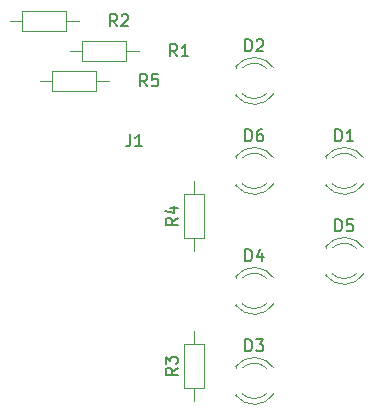
<source format=gto>
G04 #@! TF.GenerationSoftware,KiCad,Pcbnew,5.1.10*
G04 #@! TF.CreationDate,2021-05-04T22:47:59+02:00*
G04 #@! TF.ProjectId,Signalsimulator,5369676e-616c-4736-996d-756c61746f72,rev?*
G04 #@! TF.SameCoordinates,Original*
G04 #@! TF.FileFunction,Legend,Top*
G04 #@! TF.FilePolarity,Positive*
%FSLAX46Y46*%
G04 Gerber Fmt 4.6, Leading zero omitted, Abs format (unit mm)*
G04 Created by KiCad (PCBNEW 5.1.10) date 2021-05-04 22:47:59*
%MOMM*%
%LPD*%
G01*
G04 APERTURE LIST*
%ADD10C,0.120000*%
%ADD11C,0.150000*%
%ADD12C,3.200000*%
%ADD13C,1.800000*%
%ADD14R,1.800000X1.800000*%
%ADD15O,1.400000X1.400000*%
%ADD16C,1.400000*%
%ADD17C,1.700000*%
G04 APERTURE END LIST*
D10*
X56860000Y-38134000D02*
X56860000Y-38290000D01*
X56860000Y-40450000D02*
X56860000Y-40606000D01*
X59461130Y-40449837D02*
G75*
G02*
X57379039Y-40450000I-1041130J1079837D01*
G01*
X59461130Y-38290163D02*
G75*
G03*
X57379039Y-38290000I-1041130J-1079837D01*
G01*
X60092335Y-40448608D02*
G75*
G02*
X56860000Y-40605516I-1672335J1078608D01*
G01*
X60092335Y-38291392D02*
G75*
G03*
X56860000Y-38134484I-1672335J-1078608D01*
G01*
X49240000Y-32830000D02*
X49240000Y-32986000D01*
X49240000Y-30514000D02*
X49240000Y-30670000D01*
X52472335Y-30671392D02*
G75*
G03*
X49240000Y-30514484I-1672335J-1078608D01*
G01*
X52472335Y-32828608D02*
G75*
G02*
X49240000Y-32985516I-1672335J1078608D01*
G01*
X51841130Y-30670163D02*
G75*
G03*
X49759039Y-30670000I-1041130J-1079837D01*
G01*
X51841130Y-32829837D02*
G75*
G02*
X49759039Y-32830000I-1041130J1079837D01*
G01*
X49240000Y-55914000D02*
X49240000Y-56070000D01*
X49240000Y-58230000D02*
X49240000Y-58386000D01*
X51841130Y-58229837D02*
G75*
G02*
X49759039Y-58230000I-1041130J1079837D01*
G01*
X51841130Y-56070163D02*
G75*
G03*
X49759039Y-56070000I-1041130J-1079837D01*
G01*
X52472335Y-58228608D02*
G75*
G02*
X49240000Y-58385516I-1672335J1078608D01*
G01*
X52472335Y-56071392D02*
G75*
G03*
X49240000Y-55914484I-1672335J-1078608D01*
G01*
X49240000Y-50610000D02*
X49240000Y-50766000D01*
X49240000Y-48294000D02*
X49240000Y-48450000D01*
X52472335Y-48451392D02*
G75*
G03*
X49240000Y-48294484I-1672335J-1078608D01*
G01*
X52472335Y-50608608D02*
G75*
G02*
X49240000Y-50765516I-1672335J1078608D01*
G01*
X51841130Y-48450163D02*
G75*
G03*
X49759039Y-48450000I-1041130J-1079837D01*
G01*
X51841130Y-50609837D02*
G75*
G02*
X49759039Y-50610000I-1041130J1079837D01*
G01*
X56860000Y-45754000D02*
X56860000Y-45910000D01*
X56860000Y-48070000D02*
X56860000Y-48226000D01*
X59461130Y-48069837D02*
G75*
G02*
X57379039Y-48070000I-1041130J1079837D01*
G01*
X59461130Y-45910163D02*
G75*
G03*
X57379039Y-45910000I-1041130J-1079837D01*
G01*
X60092335Y-48068608D02*
G75*
G02*
X56860000Y-48225516I-1672335J1078608D01*
G01*
X60092335Y-45911392D02*
G75*
G03*
X56860000Y-45754484I-1672335J-1078608D01*
G01*
X49240000Y-40450000D02*
X49240000Y-40606000D01*
X49240000Y-38134000D02*
X49240000Y-38290000D01*
X52472335Y-38291392D02*
G75*
G03*
X49240000Y-38134484I-1672335J-1078608D01*
G01*
X52472335Y-40448608D02*
G75*
G02*
X49240000Y-40605516I-1672335J1078608D01*
G01*
X51841130Y-38290163D02*
G75*
G03*
X49759039Y-38290000I-1041130J-1079837D01*
G01*
X51841130Y-40449837D02*
G75*
G02*
X49759039Y-40450000I-1041130J1079837D01*
G01*
X39960000Y-30070000D02*
X39960000Y-28350000D01*
X39960000Y-28350000D02*
X36240000Y-28350000D01*
X36240000Y-28350000D02*
X36240000Y-30070000D01*
X36240000Y-30070000D02*
X39960000Y-30070000D01*
X41030000Y-29210000D02*
X39960000Y-29210000D01*
X35170000Y-29210000D02*
X36240000Y-29210000D01*
X30090000Y-26670000D02*
X31160000Y-26670000D01*
X35950000Y-26670000D02*
X34880000Y-26670000D01*
X31160000Y-27530000D02*
X34880000Y-27530000D01*
X31160000Y-25810000D02*
X31160000Y-27530000D01*
X34880000Y-25810000D02*
X31160000Y-25810000D01*
X34880000Y-27530000D02*
X34880000Y-25810000D01*
X45720000Y-52950000D02*
X45720000Y-54020000D01*
X45720000Y-58810000D02*
X45720000Y-57740000D01*
X44860000Y-54020000D02*
X44860000Y-57740000D01*
X46580000Y-54020000D02*
X44860000Y-54020000D01*
X46580000Y-57740000D02*
X46580000Y-54020000D01*
X44860000Y-57740000D02*
X46580000Y-57740000D01*
X44860000Y-45040000D02*
X46580000Y-45040000D01*
X46580000Y-45040000D02*
X46580000Y-41320000D01*
X46580000Y-41320000D02*
X44860000Y-41320000D01*
X44860000Y-41320000D02*
X44860000Y-45040000D01*
X45720000Y-46110000D02*
X45720000Y-45040000D01*
X45720000Y-40250000D02*
X45720000Y-41320000D01*
X37420000Y-32610000D02*
X37420000Y-30890000D01*
X37420000Y-30890000D02*
X33700000Y-30890000D01*
X33700000Y-30890000D02*
X33700000Y-32610000D01*
X33700000Y-32610000D02*
X37420000Y-32610000D01*
X38490000Y-31750000D02*
X37420000Y-31750000D01*
X32630000Y-31750000D02*
X33700000Y-31750000D01*
D11*
X57681904Y-36862380D02*
X57681904Y-35862380D01*
X57920000Y-35862380D01*
X58062857Y-35910000D01*
X58158095Y-36005238D01*
X58205714Y-36100476D01*
X58253333Y-36290952D01*
X58253333Y-36433809D01*
X58205714Y-36624285D01*
X58158095Y-36719523D01*
X58062857Y-36814761D01*
X57920000Y-36862380D01*
X57681904Y-36862380D01*
X59205714Y-36862380D02*
X58634285Y-36862380D01*
X58920000Y-36862380D02*
X58920000Y-35862380D01*
X58824761Y-36005238D01*
X58729523Y-36100476D01*
X58634285Y-36148095D01*
X50061904Y-29242380D02*
X50061904Y-28242380D01*
X50300000Y-28242380D01*
X50442857Y-28290000D01*
X50538095Y-28385238D01*
X50585714Y-28480476D01*
X50633333Y-28670952D01*
X50633333Y-28813809D01*
X50585714Y-29004285D01*
X50538095Y-29099523D01*
X50442857Y-29194761D01*
X50300000Y-29242380D01*
X50061904Y-29242380D01*
X51014285Y-28337619D02*
X51061904Y-28290000D01*
X51157142Y-28242380D01*
X51395238Y-28242380D01*
X51490476Y-28290000D01*
X51538095Y-28337619D01*
X51585714Y-28432857D01*
X51585714Y-28528095D01*
X51538095Y-28670952D01*
X50966666Y-29242380D01*
X51585714Y-29242380D01*
X50061904Y-54642380D02*
X50061904Y-53642380D01*
X50300000Y-53642380D01*
X50442857Y-53690000D01*
X50538095Y-53785238D01*
X50585714Y-53880476D01*
X50633333Y-54070952D01*
X50633333Y-54213809D01*
X50585714Y-54404285D01*
X50538095Y-54499523D01*
X50442857Y-54594761D01*
X50300000Y-54642380D01*
X50061904Y-54642380D01*
X50966666Y-53642380D02*
X51585714Y-53642380D01*
X51252380Y-54023333D01*
X51395238Y-54023333D01*
X51490476Y-54070952D01*
X51538095Y-54118571D01*
X51585714Y-54213809D01*
X51585714Y-54451904D01*
X51538095Y-54547142D01*
X51490476Y-54594761D01*
X51395238Y-54642380D01*
X51109523Y-54642380D01*
X51014285Y-54594761D01*
X50966666Y-54547142D01*
X50061904Y-47022380D02*
X50061904Y-46022380D01*
X50300000Y-46022380D01*
X50442857Y-46070000D01*
X50538095Y-46165238D01*
X50585714Y-46260476D01*
X50633333Y-46450952D01*
X50633333Y-46593809D01*
X50585714Y-46784285D01*
X50538095Y-46879523D01*
X50442857Y-46974761D01*
X50300000Y-47022380D01*
X50061904Y-47022380D01*
X51490476Y-46355714D02*
X51490476Y-47022380D01*
X51252380Y-45974761D02*
X51014285Y-46689047D01*
X51633333Y-46689047D01*
X57681904Y-44482380D02*
X57681904Y-43482380D01*
X57920000Y-43482380D01*
X58062857Y-43530000D01*
X58158095Y-43625238D01*
X58205714Y-43720476D01*
X58253333Y-43910952D01*
X58253333Y-44053809D01*
X58205714Y-44244285D01*
X58158095Y-44339523D01*
X58062857Y-44434761D01*
X57920000Y-44482380D01*
X57681904Y-44482380D01*
X59158095Y-43482380D02*
X58681904Y-43482380D01*
X58634285Y-43958571D01*
X58681904Y-43910952D01*
X58777142Y-43863333D01*
X59015238Y-43863333D01*
X59110476Y-43910952D01*
X59158095Y-43958571D01*
X59205714Y-44053809D01*
X59205714Y-44291904D01*
X59158095Y-44387142D01*
X59110476Y-44434761D01*
X59015238Y-44482380D01*
X58777142Y-44482380D01*
X58681904Y-44434761D01*
X58634285Y-44387142D01*
X50061904Y-36862380D02*
X50061904Y-35862380D01*
X50300000Y-35862380D01*
X50442857Y-35910000D01*
X50538095Y-36005238D01*
X50585714Y-36100476D01*
X50633333Y-36290952D01*
X50633333Y-36433809D01*
X50585714Y-36624285D01*
X50538095Y-36719523D01*
X50442857Y-36814761D01*
X50300000Y-36862380D01*
X50061904Y-36862380D01*
X51490476Y-35862380D02*
X51300000Y-35862380D01*
X51204761Y-35910000D01*
X51157142Y-35957619D01*
X51061904Y-36100476D01*
X51014285Y-36290952D01*
X51014285Y-36671904D01*
X51061904Y-36767142D01*
X51109523Y-36814761D01*
X51204761Y-36862380D01*
X51395238Y-36862380D01*
X51490476Y-36814761D01*
X51538095Y-36767142D01*
X51585714Y-36671904D01*
X51585714Y-36433809D01*
X51538095Y-36338571D01*
X51490476Y-36290952D01*
X51395238Y-36243333D01*
X51204761Y-36243333D01*
X51109523Y-36290952D01*
X51061904Y-36338571D01*
X51014285Y-36433809D01*
X44283333Y-29662380D02*
X43950000Y-29186190D01*
X43711904Y-29662380D02*
X43711904Y-28662380D01*
X44092857Y-28662380D01*
X44188095Y-28710000D01*
X44235714Y-28757619D01*
X44283333Y-28852857D01*
X44283333Y-28995714D01*
X44235714Y-29090952D01*
X44188095Y-29138571D01*
X44092857Y-29186190D01*
X43711904Y-29186190D01*
X45235714Y-29662380D02*
X44664285Y-29662380D01*
X44950000Y-29662380D02*
X44950000Y-28662380D01*
X44854761Y-28805238D01*
X44759523Y-28900476D01*
X44664285Y-28948095D01*
X39203333Y-27122380D02*
X38870000Y-26646190D01*
X38631904Y-27122380D02*
X38631904Y-26122380D01*
X39012857Y-26122380D01*
X39108095Y-26170000D01*
X39155714Y-26217619D01*
X39203333Y-26312857D01*
X39203333Y-26455714D01*
X39155714Y-26550952D01*
X39108095Y-26598571D01*
X39012857Y-26646190D01*
X38631904Y-26646190D01*
X39584285Y-26217619D02*
X39631904Y-26170000D01*
X39727142Y-26122380D01*
X39965238Y-26122380D01*
X40060476Y-26170000D01*
X40108095Y-26217619D01*
X40155714Y-26312857D01*
X40155714Y-26408095D01*
X40108095Y-26550952D01*
X39536666Y-27122380D01*
X40155714Y-27122380D01*
X44312380Y-56046666D02*
X43836190Y-56380000D01*
X44312380Y-56618095D02*
X43312380Y-56618095D01*
X43312380Y-56237142D01*
X43360000Y-56141904D01*
X43407619Y-56094285D01*
X43502857Y-56046666D01*
X43645714Y-56046666D01*
X43740952Y-56094285D01*
X43788571Y-56141904D01*
X43836190Y-56237142D01*
X43836190Y-56618095D01*
X43312380Y-55713333D02*
X43312380Y-55094285D01*
X43693333Y-55427619D01*
X43693333Y-55284761D01*
X43740952Y-55189523D01*
X43788571Y-55141904D01*
X43883809Y-55094285D01*
X44121904Y-55094285D01*
X44217142Y-55141904D01*
X44264761Y-55189523D01*
X44312380Y-55284761D01*
X44312380Y-55570476D01*
X44264761Y-55665714D01*
X44217142Y-55713333D01*
X44312380Y-43346666D02*
X43836190Y-43680000D01*
X44312380Y-43918095D02*
X43312380Y-43918095D01*
X43312380Y-43537142D01*
X43360000Y-43441904D01*
X43407619Y-43394285D01*
X43502857Y-43346666D01*
X43645714Y-43346666D01*
X43740952Y-43394285D01*
X43788571Y-43441904D01*
X43836190Y-43537142D01*
X43836190Y-43918095D01*
X43645714Y-42489523D02*
X44312380Y-42489523D01*
X43264761Y-42727619D02*
X43979047Y-42965714D01*
X43979047Y-42346666D01*
X41743333Y-32202380D02*
X41410000Y-31726190D01*
X41171904Y-32202380D02*
X41171904Y-31202380D01*
X41552857Y-31202380D01*
X41648095Y-31250000D01*
X41695714Y-31297619D01*
X41743333Y-31392857D01*
X41743333Y-31535714D01*
X41695714Y-31630952D01*
X41648095Y-31678571D01*
X41552857Y-31726190D01*
X41171904Y-31726190D01*
X42648095Y-31202380D02*
X42171904Y-31202380D01*
X42124285Y-31678571D01*
X42171904Y-31630952D01*
X42267142Y-31583333D01*
X42505238Y-31583333D01*
X42600476Y-31630952D01*
X42648095Y-31678571D01*
X42695714Y-31773809D01*
X42695714Y-32011904D01*
X42648095Y-32107142D01*
X42600476Y-32154761D01*
X42505238Y-32202380D01*
X42267142Y-32202380D01*
X42171904Y-32154761D01*
X42124285Y-32107142D01*
X40306666Y-36282380D02*
X40306666Y-36996666D01*
X40259047Y-37139523D01*
X40163809Y-37234761D01*
X40020952Y-37282380D01*
X39925714Y-37282380D01*
X41306666Y-37282380D02*
X40735238Y-37282380D01*
X41020952Y-37282380D02*
X41020952Y-36282380D01*
X40925714Y-36425238D01*
X40830476Y-36520476D01*
X40735238Y-36568095D01*
%LPC*%
D12*
X59690000Y-29210000D03*
D13*
X59690000Y-39370000D03*
D14*
X57150000Y-39370000D03*
X49530000Y-31750000D03*
D13*
X52070000Y-31750000D03*
X52070000Y-57150000D03*
D14*
X49530000Y-57150000D03*
X49530000Y-49530000D03*
D13*
X52070000Y-49530000D03*
X59690000Y-46990000D03*
D14*
X57150000Y-46990000D03*
X49530000Y-39370000D03*
D13*
X52070000Y-39370000D03*
D15*
X34290000Y-29210000D03*
D16*
X41910000Y-29210000D03*
X36830000Y-26670000D03*
D15*
X29210000Y-26670000D03*
D16*
X45720000Y-59690000D03*
D15*
X45720000Y-52070000D03*
X45720000Y-39370000D03*
D16*
X45720000Y-46990000D03*
D15*
X31750000Y-31750000D03*
D16*
X39370000Y-31750000D03*
G36*
G01*
X31150000Y-35980000D02*
X32350000Y-35980000D01*
G75*
G02*
X32600000Y-36230000I0J-250000D01*
G01*
X32600000Y-37430000D01*
G75*
G02*
X32350000Y-37680000I-250000J0D01*
G01*
X31150000Y-37680000D01*
G75*
G02*
X30900000Y-37430000I0J250000D01*
G01*
X30900000Y-36230000D01*
G75*
G02*
X31150000Y-35980000I250000J0D01*
G01*
G37*
D17*
X34290000Y-36830000D03*
X36830000Y-36830000D03*
X31750000Y-39370000D03*
X34290000Y-39370000D03*
X36830000Y-39370000D03*
D12*
X59690000Y-59690000D03*
M02*

</source>
